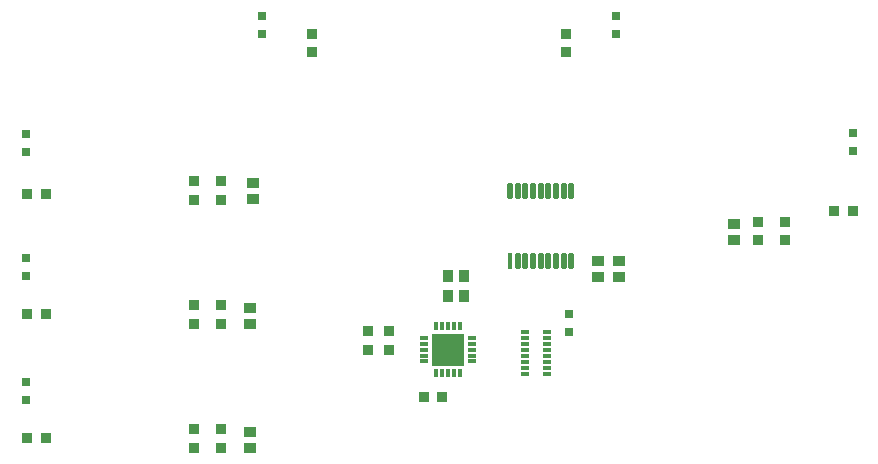
<source format=gtp>
G04*
G04 #@! TF.GenerationSoftware,Altium Limited,Altium Designer,20.0.11 (256)*
G04*
G04 Layer_Color=8421504*
%FSLAX25Y25*%
%MOIN*%
G70*
G01*
G75*
%ADD16R,0.03937X0.03543*%
%ADD17R,0.03150X0.01181*%
%ADD18R,0.01181X0.03150*%
%ADD19R,0.10630X0.10630*%
%ADD20R,0.03347X0.03347*%
%ADD21R,0.03347X0.03347*%
%ADD22R,0.03150X0.03150*%
%ADD23R,0.03000X0.01400*%
%ADD24R,0.03543X0.03937*%
G04:AMPARAMS|DCode=25|XSize=17.72mil|YSize=55.12mil|CornerRadius=4.43mil|HoleSize=0mil|Usage=FLASHONLY|Rotation=180.000|XOffset=0mil|YOffset=0mil|HoleType=Round|Shape=RoundedRectangle|*
%AMROUNDEDRECTD25*
21,1,0.01772,0.04626,0,0,180.0*
21,1,0.00886,0.05512,0,0,180.0*
1,1,0.00886,-0.00443,0.02313*
1,1,0.00886,0.00443,0.02313*
1,1,0.00886,0.00443,-0.02313*
1,1,0.00886,-0.00443,-0.02313*
%
%ADD25ROUNDEDRECTD25*%
%ADD26R,0.01772X0.05512*%
D16*
X272146Y119200D02*
D03*
Y113885D02*
D03*
X265059Y119200D02*
D03*
Y113885D02*
D03*
X310531Y126088D02*
D03*
Y131403D02*
D03*
X150098Y139869D02*
D03*
Y145184D02*
D03*
X149114Y98334D02*
D03*
Y103649D02*
D03*
Y56995D02*
D03*
Y62310D02*
D03*
D17*
X207185Y93609D02*
D03*
Y91641D02*
D03*
Y89672D02*
D03*
Y87704D02*
D03*
Y85735D02*
D03*
X222933D02*
D03*
Y87704D02*
D03*
Y89672D02*
D03*
Y91641D02*
D03*
Y93609D02*
D03*
D18*
X211122Y81798D02*
D03*
X213090D02*
D03*
X215059D02*
D03*
X217027D02*
D03*
X218996D02*
D03*
Y97546D02*
D03*
X217027D02*
D03*
X215059D02*
D03*
X213090D02*
D03*
X211122D02*
D03*
D19*
X215059Y89672D02*
D03*
D20*
X169783Y188885D02*
D03*
Y194987D02*
D03*
X327264Y126090D02*
D03*
Y132192D02*
D03*
X318406D02*
D03*
Y126090D02*
D03*
X254429Y188885D02*
D03*
Y194987D02*
D03*
X139272Y145775D02*
D03*
Y139672D02*
D03*
X130413D02*
D03*
Y145775D02*
D03*
Y98334D02*
D03*
Y104436D02*
D03*
X139272D02*
D03*
Y98334D02*
D03*
Y63098D02*
D03*
Y56995D02*
D03*
X130413D02*
D03*
Y63098D02*
D03*
X195374Y89672D02*
D03*
Y95775D02*
D03*
X188484D02*
D03*
Y89672D02*
D03*
D21*
X80905Y101483D02*
D03*
X74803D02*
D03*
X80905Y141641D02*
D03*
X74803D02*
D03*
X213090Y73924D02*
D03*
X206988D02*
D03*
X343799Y135932D02*
D03*
X349902D02*
D03*
X80905Y60145D02*
D03*
X74803D02*
D03*
D22*
X255413Y101546D02*
D03*
Y95641D02*
D03*
X74272Y78846D02*
D03*
Y72940D02*
D03*
Y120184D02*
D03*
Y114278D02*
D03*
Y161523D02*
D03*
Y155617D02*
D03*
X153012Y194987D02*
D03*
Y200893D02*
D03*
X271161Y194987D02*
D03*
Y200893D02*
D03*
X349902Y155814D02*
D03*
Y161720D02*
D03*
D23*
X247950Y81641D02*
D03*
Y83641D02*
D03*
Y85641D02*
D03*
Y87641D02*
D03*
Y89641D02*
D03*
Y91641D02*
D03*
Y93641D02*
D03*
Y95641D02*
D03*
X240650D02*
D03*
Y93641D02*
D03*
Y91641D02*
D03*
Y89641D02*
D03*
Y87641D02*
D03*
Y85641D02*
D03*
Y83641D02*
D03*
Y81641D02*
D03*
D24*
X215059Y107586D02*
D03*
X220374D02*
D03*
X215059Y114279D02*
D03*
X220374D02*
D03*
D25*
X256201Y142428D02*
D03*
X253642D02*
D03*
X251083D02*
D03*
X248524D02*
D03*
X245965D02*
D03*
X243406D02*
D03*
X240846D02*
D03*
X238287D02*
D03*
X235728D02*
D03*
X256201Y119200D02*
D03*
X253642D02*
D03*
X251083D02*
D03*
X248524D02*
D03*
X245965D02*
D03*
X243406D02*
D03*
X240846D02*
D03*
X238287D02*
D03*
D26*
X235728D02*
D03*
M02*

</source>
